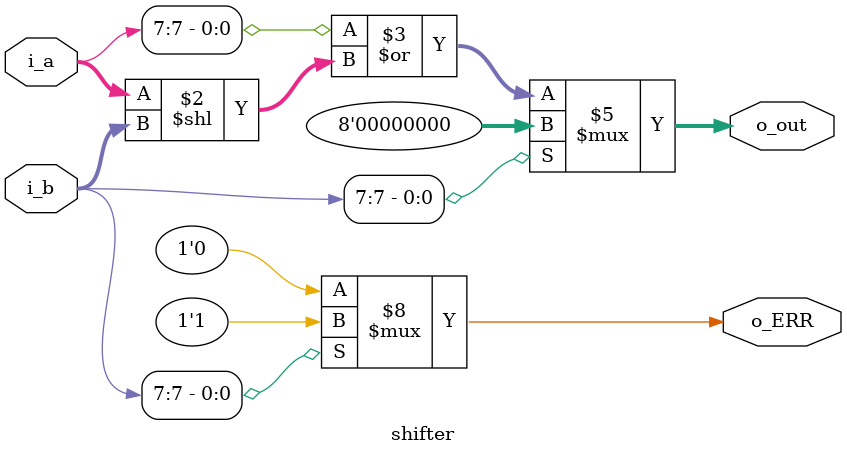
<source format=sv>
`define ZNAK_A i_a[N-1]
`define ZNAK_B i_b[N-1]

module shifter(i_a, i_b, o_out, o_ERR);

    parameter N = 8;
    input logic [N-1:0] i_a;
    input logic [N-1:0] i_b;
    output logic [N-1:0] o_out;
    output logic o_ERR;

    always_comb begin
        if(`ZNAK_B) begin
            o_ERR = 1'b1;
            o_out = '0;
        end
        else begin
            o_ERR = 1'b0;
            o_out = `ZNAK_A | (i_a << i_b);
        end
    end

endmodule
</source>
